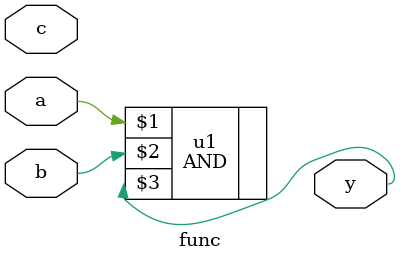
<source format=sv>

module func( input logic a, b, c,
            output logic y );
  AND u1(a, b, y);
endmodule

</source>
